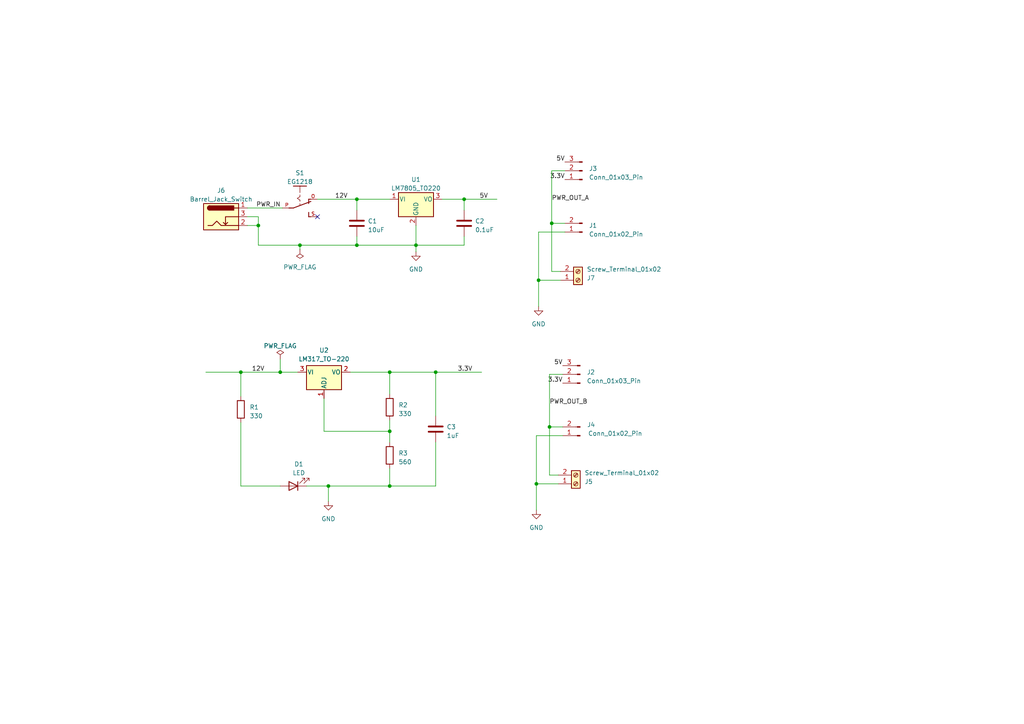
<source format=kicad_sch>
(kicad_sch (version 20230409) (generator eeschema)

  (uuid dce3e52f-97ac-451b-9b0a-fb27a05b57df)

  (paper "A4")

  (lib_symbols
    (symbol "Connector:Barrel_Jack_Switch" (pin_names hide) (in_bom yes) (on_board yes)
      (property "Reference" "J" (at 0 5.334 0)
        (effects (font (size 1.27 1.27)))
      )
      (property "Value" "Barrel_Jack_Switch" (at 0 -5.08 0)
        (effects (font (size 1.27 1.27)))
      )
      (property "Footprint" "" (at 1.27 -1.016 0)
        (effects (font (size 1.27 1.27)) hide)
      )
      (property "Datasheet" "~" (at 1.27 -1.016 0)
        (effects (font (size 1.27 1.27)) hide)
      )
      (property "ki_keywords" "DC power barrel jack connector" (at 0 0 0)
        (effects (font (size 1.27 1.27)) hide)
      )
      (property "ki_description" "DC Barrel Jack with an internal switch" (at 0 0 0)
        (effects (font (size 1.27 1.27)) hide)
      )
      (property "ki_fp_filters" "BarrelJack*" (at 0 0 0)
        (effects (font (size 1.27 1.27)) hide)
      )
      (symbol "Barrel_Jack_Switch_0_1"
        (rectangle (start -5.08 3.81) (end 5.08 -3.81)
          (stroke (width 0.254) (type default))
          (fill (type background))
        )
        (arc (start -3.302 3.175) (mid -3.9343 2.54) (end -3.302 1.905)
          (stroke (width 0.254) (type default))
          (fill (type none))
        )
        (arc (start -3.302 3.175) (mid -3.9343 2.54) (end -3.302 1.905)
          (stroke (width 0.254) (type default))
          (fill (type outline))
        )
        (polyline
          (pts
            (xy 1.27 -2.286)
            (xy 1.905 -1.651)
          )
          (stroke (width 0.254) (type default))
          (fill (type none))
        )
        (polyline
          (pts
            (xy 5.08 2.54)
            (xy 3.81 2.54)
          )
          (stroke (width 0.254) (type default))
          (fill (type none))
        )
        (polyline
          (pts
            (xy 5.08 0)
            (xy 1.27 0)
            (xy 1.27 -2.286)
            (xy 0.635 -1.651)
          )
          (stroke (width 0.254) (type default))
          (fill (type none))
        )
        (polyline
          (pts
            (xy -3.81 -2.54)
            (xy -2.54 -2.54)
            (xy -1.27 -1.27)
            (xy 0 -2.54)
            (xy 2.54 -2.54)
            (xy 5.08 -2.54)
          )
          (stroke (width 0.254) (type default))
          (fill (type none))
        )
        (rectangle (start 3.683 3.175) (end -3.302 1.905)
          (stroke (width 0.254) (type default))
          (fill (type outline))
        )
      )
      (symbol "Barrel_Jack_Switch_1_1"
        (pin passive line (at 7.62 2.54 180) (length 2.54)
          (name "~" (effects (font (size 1.27 1.27))))
          (number "1" (effects (font (size 1.27 1.27))))
        )
        (pin passive line (at 7.62 -2.54 180) (length 2.54)
          (name "~" (effects (font (size 1.27 1.27))))
          (number "2" (effects (font (size 1.27 1.27))))
        )
        (pin passive line (at 7.62 0 180) (length 2.54)
          (name "~" (effects (font (size 1.27 1.27))))
          (number "3" (effects (font (size 1.27 1.27))))
        )
      )
    )
    (symbol "Connector:Conn_01x02_Pin" (pin_names (offset 1.016) hide) (in_bom yes) (on_board yes)
      (property "Reference" "J" (at 0 2.54 0)
        (effects (font (size 1.27 1.27)))
      )
      (property "Value" "Conn_01x02_Pin" (at 0 -5.08 0)
        (effects (font (size 1.27 1.27)))
      )
      (property "Footprint" "" (at 0 0 0)
        (effects (font (size 1.27 1.27)) hide)
      )
      (property "Datasheet" "~" (at 0 0 0)
        (effects (font (size 1.27 1.27)) hide)
      )
      (property "ki_locked" "" (at 0 0 0)
        (effects (font (size 1.27 1.27)))
      )
      (property "ki_keywords" "connector" (at 0 0 0)
        (effects (font (size 1.27 1.27)) hide)
      )
      (property "ki_description" "Generic connector, single row, 01x02, script generated" (at 0 0 0)
        (effects (font (size 1.27 1.27)) hide)
      )
      (property "ki_fp_filters" "Connector*:*_1x??_*" (at 0 0 0)
        (effects (font (size 1.27 1.27)) hide)
      )
      (symbol "Conn_01x02_Pin_1_1"
        (polyline
          (pts
            (xy 1.27 -2.54)
            (xy 0.8636 -2.54)
          )
          (stroke (width 0.1524) (type default))
          (fill (type none))
        )
        (polyline
          (pts
            (xy 1.27 0)
            (xy 0.8636 0)
          )
          (stroke (width 0.1524) (type default))
          (fill (type none))
        )
        (rectangle (start 0.8636 -2.413) (end 0 -2.667)
          (stroke (width 0.1524) (type default))
          (fill (type outline))
        )
        (rectangle (start 0.8636 0.127) (end 0 -0.127)
          (stroke (width 0.1524) (type default))
          (fill (type outline))
        )
        (pin passive line (at 5.08 0 180) (length 3.81)
          (name "Pin_1" (effects (font (size 1.27 1.27))))
          (number "1" (effects (font (size 1.27 1.27))))
        )
        (pin passive line (at 5.08 -2.54 180) (length 3.81)
          (name "Pin_2" (effects (font (size 1.27 1.27))))
          (number "2" (effects (font (size 1.27 1.27))))
        )
      )
    )
    (symbol "Connector:Conn_01x03_Pin" (pin_names (offset 1.016) hide) (in_bom yes) (on_board yes)
      (property "Reference" "J" (at 0 5.08 0)
        (effects (font (size 1.27 1.27)))
      )
      (property "Value" "Conn_01x03_Pin" (at 0 -5.08 0)
        (effects (font (size 1.27 1.27)))
      )
      (property "Footprint" "" (at 0 0 0)
        (effects (font (size 1.27 1.27)) hide)
      )
      (property "Datasheet" "~" (at 0 0 0)
        (effects (font (size 1.27 1.27)) hide)
      )
      (property "ki_locked" "" (at 0 0 0)
        (effects (font (size 1.27 1.27)))
      )
      (property "ki_keywords" "connector" (at 0 0 0)
        (effects (font (size 1.27 1.27)) hide)
      )
      (property "ki_description" "Generic connector, single row, 01x03, script generated" (at 0 0 0)
        (effects (font (size 1.27 1.27)) hide)
      )
      (property "ki_fp_filters" "Connector*:*_1x??_*" (at 0 0 0)
        (effects (font (size 1.27 1.27)) hide)
      )
      (symbol "Conn_01x03_Pin_1_1"
        (polyline
          (pts
            (xy 1.27 -2.54)
            (xy 0.8636 -2.54)
          )
          (stroke (width 0.1524) (type default))
          (fill (type none))
        )
        (polyline
          (pts
            (xy 1.27 0)
            (xy 0.8636 0)
          )
          (stroke (width 0.1524) (type default))
          (fill (type none))
        )
        (polyline
          (pts
            (xy 1.27 2.54)
            (xy 0.8636 2.54)
          )
          (stroke (width 0.1524) (type default))
          (fill (type none))
        )
        (rectangle (start 0.8636 -2.413) (end 0 -2.667)
          (stroke (width 0.1524) (type default))
          (fill (type outline))
        )
        (rectangle (start 0.8636 0.127) (end 0 -0.127)
          (stroke (width 0.1524) (type default))
          (fill (type outline))
        )
        (rectangle (start 0.8636 2.667) (end 0 2.413)
          (stroke (width 0.1524) (type default))
          (fill (type outline))
        )
        (pin passive line (at 5.08 2.54 180) (length 3.81)
          (name "Pin_1" (effects (font (size 1.27 1.27))))
          (number "1" (effects (font (size 1.27 1.27))))
        )
        (pin passive line (at 5.08 0 180) (length 3.81)
          (name "Pin_2" (effects (font (size 1.27 1.27))))
          (number "2" (effects (font (size 1.27 1.27))))
        )
        (pin passive line (at 5.08 -2.54 180) (length 3.81)
          (name "Pin_3" (effects (font (size 1.27 1.27))))
          (number "3" (effects (font (size 1.27 1.27))))
        )
      )
    )
    (symbol "Connector:Screw_Terminal_01x02" (pin_names (offset 1.016) hide) (in_bom yes) (on_board yes)
      (property "Reference" "J" (at 0 2.54 0)
        (effects (font (size 1.27 1.27)))
      )
      (property "Value" "Screw_Terminal_01x02" (at 0 -5.08 0)
        (effects (font (size 1.27 1.27)))
      )
      (property "Footprint" "" (at 0 0 0)
        (effects (font (size 1.27 1.27)) hide)
      )
      (property "Datasheet" "~" (at 0 0 0)
        (effects (font (size 1.27 1.27)) hide)
      )
      (property "ki_keywords" "screw terminal" (at 0 0 0)
        (effects (font (size 1.27 1.27)) hide)
      )
      (property "ki_description" "Generic screw terminal, single row, 01x02, script generated (kicad-library-utils/schlib/autogen/connector/)" (at 0 0 0)
        (effects (font (size 1.27 1.27)) hide)
      )
      (property "ki_fp_filters" "TerminalBlock*:*" (at 0 0 0)
        (effects (font (size 1.27 1.27)) hide)
      )
      (symbol "Screw_Terminal_01x02_1_1"
        (rectangle (start -1.27 1.27) (end 1.27 -3.81)
          (stroke (width 0.254) (type default))
          (fill (type background))
        )
        (circle (center 0 -2.54) (radius 0.635)
          (stroke (width 0.1524) (type default))
          (fill (type none))
        )
        (polyline
          (pts
            (xy -0.5334 -2.2098)
            (xy 0.3302 -3.048)
          )
          (stroke (width 0.1524) (type default))
          (fill (type none))
        )
        (polyline
          (pts
            (xy -0.5334 0.3302)
            (xy 0.3302 -0.508)
          )
          (stroke (width 0.1524) (type default))
          (fill (type none))
        )
        (polyline
          (pts
            (xy -0.3556 -2.032)
            (xy 0.508 -2.8702)
          )
          (stroke (width 0.1524) (type default))
          (fill (type none))
        )
        (polyline
          (pts
            (xy -0.3556 0.508)
            (xy 0.508 -0.3302)
          )
          (stroke (width 0.1524) (type default))
          (fill (type none))
        )
        (circle (center 0 0) (radius 0.635)
          (stroke (width 0.1524) (type default))
          (fill (type none))
        )
        (pin passive line (at -5.08 0 0) (length 3.81)
          (name "Pin_1" (effects (font (size 1.27 1.27))))
          (number "1" (effects (font (size 1.27 1.27))))
        )
        (pin passive line (at -5.08 -2.54 0) (length 3.81)
          (name "Pin_2" (effects (font (size 1.27 1.27))))
          (number "2" (effects (font (size 1.27 1.27))))
        )
      )
    )
    (symbol "Device:C" (pin_numbers hide) (pin_names (offset 0.254)) (in_bom yes) (on_board yes)
      (property "Reference" "C" (at 0.635 2.54 0)
        (effects (font (size 1.27 1.27)) (justify left))
      )
      (property "Value" "C" (at 0.635 -2.54 0)
        (effects (font (size 1.27 1.27)) (justify left))
      )
      (property "Footprint" "" (at 0.9652 -3.81 0)
        (effects (font (size 1.27 1.27)) hide)
      )
      (property "Datasheet" "~" (at 0 0 0)
        (effects (font (size 1.27 1.27)) hide)
      )
      (property "ki_keywords" "cap capacitor" (at 0 0 0)
        (effects (font (size 1.27 1.27)) hide)
      )
      (property "ki_description" "Unpolarized capacitor" (at 0 0 0)
        (effects (font (size 1.27 1.27)) hide)
      )
      (property "ki_fp_filters" "C_*" (at 0 0 0)
        (effects (font (size 1.27 1.27)) hide)
      )
      (symbol "C_0_1"
        (polyline
          (pts
            (xy -2.032 -0.762)
            (xy 2.032 -0.762)
          )
          (stroke (width 0.508) (type default))
          (fill (type none))
        )
        (polyline
          (pts
            (xy -2.032 0.762)
            (xy 2.032 0.762)
          )
          (stroke (width 0.508) (type default))
          (fill (type none))
        )
      )
      (symbol "C_1_1"
        (pin passive line (at 0 3.81 270) (length 2.794)
          (name "~" (effects (font (size 1.27 1.27))))
          (number "1" (effects (font (size 1.27 1.27))))
        )
        (pin passive line (at 0 -3.81 90) (length 2.794)
          (name "~" (effects (font (size 1.27 1.27))))
          (number "2" (effects (font (size 1.27 1.27))))
        )
      )
    )
    (symbol "Device:LED" (pin_numbers hide) (pin_names (offset 1.016) hide) (in_bom yes) (on_board yes)
      (property "Reference" "D" (at 0 2.54 0)
        (effects (font (size 1.27 1.27)))
      )
      (property "Value" "LED" (at 0 -2.54 0)
        (effects (font (size 1.27 1.27)))
      )
      (property "Footprint" "" (at 0 0 0)
        (effects (font (size 1.27 1.27)) hide)
      )
      (property "Datasheet" "~" (at 0 0 0)
        (effects (font (size 1.27 1.27)) hide)
      )
      (property "ki_keywords" "LED diode" (at 0 0 0)
        (effects (font (size 1.27 1.27)) hide)
      )
      (property "ki_description" "Light emitting diode" (at 0 0 0)
        (effects (font (size 1.27 1.27)) hide)
      )
      (property "ki_fp_filters" "LED* LED_SMD:* LED_THT:*" (at 0 0 0)
        (effects (font (size 1.27 1.27)) hide)
      )
      (symbol "LED_0_1"
        (polyline
          (pts
            (xy -1.27 -1.27)
            (xy -1.27 1.27)
          )
          (stroke (width 0.254) (type default))
          (fill (type none))
        )
        (polyline
          (pts
            (xy -1.27 0)
            (xy 1.27 0)
          )
          (stroke (width 0) (type default))
          (fill (type none))
        )
        (polyline
          (pts
            (xy 1.27 -1.27)
            (xy 1.27 1.27)
            (xy -1.27 0)
            (xy 1.27 -1.27)
          )
          (stroke (width 0.254) (type default))
          (fill (type none))
        )
        (polyline
          (pts
            (xy -3.048 -0.762)
            (xy -4.572 -2.286)
            (xy -3.81 -2.286)
            (xy -4.572 -2.286)
            (xy -4.572 -1.524)
          )
          (stroke (width 0) (type default))
          (fill (type none))
        )
        (polyline
          (pts
            (xy -1.778 -0.762)
            (xy -3.302 -2.286)
            (xy -2.54 -2.286)
            (xy -3.302 -2.286)
            (xy -3.302 -1.524)
          )
          (stroke (width 0) (type default))
          (fill (type none))
        )
      )
      (symbol "LED_1_1"
        (pin passive line (at -3.81 0 0) (length 2.54)
          (name "K" (effects (font (size 1.27 1.27))))
          (number "1" (effects (font (size 1.27 1.27))))
        )
        (pin passive line (at 3.81 0 180) (length 2.54)
          (name "A" (effects (font (size 1.27 1.27))))
          (number "2" (effects (font (size 1.27 1.27))))
        )
      )
    )
    (symbol "Device:R" (pin_numbers hide) (pin_names (offset 0)) (in_bom yes) (on_board yes)
      (property "Reference" "R" (at 2.032 0 90)
        (effects (font (size 1.27 1.27)))
      )
      (property "Value" "R" (at 0 0 90)
        (effects (font (size 1.27 1.27)))
      )
      (property "Footprint" "" (at -1.778 0 90)
        (effects (font (size 1.27 1.27)) hide)
      )
      (property "Datasheet" "~" (at 0 0 0)
        (effects (font (size 1.27 1.27)) hide)
      )
      (property "ki_keywords" "R res resistor" (at 0 0 0)
        (effects (font (size 1.27 1.27)) hide)
      )
      (property "ki_description" "Resistor" (at 0 0 0)
        (effects (font (size 1.27 1.27)) hide)
      )
      (property "ki_fp_filters" "R_*" (at 0 0 0)
        (effects (font (size 1.27 1.27)) hide)
      )
      (symbol "R_0_1"
        (rectangle (start -1.016 -2.54) (end 1.016 2.54)
          (stroke (width 0.254) (type default))
          (fill (type none))
        )
      )
      (symbol "R_1_1"
        (pin passive line (at 0 3.81 270) (length 1.27)
          (name "~" (effects (font (size 1.27 1.27))))
          (number "1" (effects (font (size 1.27 1.27))))
        )
        (pin passive line (at 0 -3.81 90) (length 1.27)
          (name "~" (effects (font (size 1.27 1.27))))
          (number "2" (effects (font (size 1.27 1.27))))
        )
      )
    )
    (symbol "EG1218:EG1218" (pin_names (offset 1.016)) (in_bom yes) (on_board yes)
      (property "Reference" "S" (at -6.35 -1.905 90)
        (effects (font (size 1.27 1.27)) (justify left bottom))
      )
      (property "Value" "EG1218" (at -3.81 3.175 90)
        (effects (font (size 1.27 1.27)) (justify left bottom))
      )
      (property "Footprint" "EG1218" (at 0 0 0)
        (effects (font (size 1.27 1.27)) (justify bottom) hide)
      )
      (property "Datasheet" "" (at 0 0 0)
        (effects (font (size 1.27 1.27)) hide)
      )
      (symbol "EG1218_0_0"
        (polyline
          (pts
            (xy -3.81 0)
            (xy -3.81 -1.905)
          )
          (stroke (width 0.254) (type default))
          (fill (type none))
        )
        (polyline
          (pts
            (xy -3.81 0)
            (xy -1.905 0)
          )
          (stroke (width 0.1524) (type default))
          (fill (type none))
        )
        (polyline
          (pts
            (xy -3.81 1.905)
            (xy -3.81 0)
          )
          (stroke (width 0.254) (type default))
          (fill (type none))
        )
        (polyline
          (pts
            (xy -1.27 0)
            (xy -0.762 0)
          )
          (stroke (width 0.1524) (type default))
          (fill (type none))
        )
        (polyline
          (pts
            (xy -0.762 0)
            (xy -0.254 -0.762)
          )
          (stroke (width 0.1524) (type default))
          (fill (type none))
        )
        (polyline
          (pts
            (xy -0.254 -0.762)
            (xy 0.254 0)
          )
          (stroke (width 0.1524) (type default))
          (fill (type none))
        )
        (polyline
          (pts
            (xy 0 2.54)
            (xy 0 3.175)
          )
          (stroke (width 0.254) (type default))
          (fill (type none))
        )
        (polyline
          (pts
            (xy 0 2.54)
            (xy 1.27 2.54)
          )
          (stroke (width 0.254) (type default))
          (fill (type none))
        )
        (polyline
          (pts
            (xy 0.254 0)
            (xy 0.635 0)
          )
          (stroke (width 0.1524) (type default))
          (fill (type none))
        )
        (polyline
          (pts
            (xy 1.27 0)
            (xy 1.905 0)
          )
          (stroke (width 0.1524) (type default))
          (fill (type none))
        )
        (polyline
          (pts
            (xy 2.54 -3.175)
            (xy 2.54 -1.905)
          )
          (stroke (width 0.254) (type default))
          (fill (type none))
        )
        (polyline
          (pts
            (xy 2.54 -1.905)
            (xy 0.635 3.175)
          )
          (stroke (width 0.254) (type default))
          (fill (type none))
        )
        (polyline
          (pts
            (xy 3.81 2.54)
            (xy 5.08 2.54)
          )
          (stroke (width 0.254) (type default))
          (fill (type none))
        )
        (polyline
          (pts
            (xy 5.08 2.54)
            (xy 5.08 3.175)
          )
          (stroke (width 0.254) (type default))
          (fill (type none))
        )
        (pin passive line (at 0 5.08 270) (length 2.54)
          (name "~" (effects (font (size 1.016 1.016))))
          (number "O" (effects (font (size 1.016 1.016))))
        )
        (pin passive line (at 2.54 -5.08 90) (length 2.54)
          (name "~" (effects (font (size 1.016 1.016))))
          (number "P" (effects (font (size 1.016 1.016))))
        )
        (pin passive line (at 5.08 5.08 270) (length 2.54)
          (name "~" (effects (font (size 1.016 1.016))))
          (number "S" (effects (font (size 1.016 1.016))))
        )
      )
    )
    (symbol "Regulator_Linear:LM317_TO-220" (pin_names (offset 0.254)) (in_bom yes) (on_board yes)
      (property "Reference" "U" (at -3.81 3.175 0)
        (effects (font (size 1.27 1.27)))
      )
      (property "Value" "LM317_TO-220" (at 0 3.175 0)
        (effects (font (size 1.27 1.27)) (justify left))
      )
      (property "Footprint" "Package_TO_SOT_THT:TO-220-3_Vertical" (at 0 6.35 0)
        (effects (font (size 1.27 1.27) italic) hide)
      )
      (property "Datasheet" "http://www.ti.com/lit/ds/symlink/lm317.pdf" (at 0 0 0)
        (effects (font (size 1.27 1.27)) hide)
      )
      (property "ki_keywords" "Adjustable Voltage Regulator 1A Positive" (at 0 0 0)
        (effects (font (size 1.27 1.27)) hide)
      )
      (property "ki_description" "1.5A 35V Adjustable Linear Regulator, TO-220" (at 0 0 0)
        (effects (font (size 1.27 1.27)) hide)
      )
      (property "ki_fp_filters" "TO?220*" (at 0 0 0)
        (effects (font (size 1.27 1.27)) hide)
      )
      (symbol "LM317_TO-220_0_1"
        (rectangle (start -5.08 1.905) (end 5.08 -5.08)
          (stroke (width 0.254) (type default))
          (fill (type background))
        )
      )
      (symbol "LM317_TO-220_1_1"
        (pin input line (at 0 -7.62 90) (length 2.54)
          (name "ADJ" (effects (font (size 1.27 1.27))))
          (number "1" (effects (font (size 1.27 1.27))))
        )
        (pin power_out line (at 7.62 0 180) (length 2.54)
          (name "VO" (effects (font (size 1.27 1.27))))
          (number "2" (effects (font (size 1.27 1.27))))
        )
        (pin power_in line (at -7.62 0 0) (length 2.54)
          (name "VI" (effects (font (size 1.27 1.27))))
          (number "3" (effects (font (size 1.27 1.27))))
        )
      )
    )
    (symbol "Regulator_Linear:LM7805_TO220" (pin_names (offset 0.254)) (in_bom yes) (on_board yes)
      (property "Reference" "U" (at -3.81 3.175 0)
        (effects (font (size 1.27 1.27)))
      )
      (property "Value" "LM7805_TO220" (at 0 3.175 0)
        (effects (font (size 1.27 1.27)) (justify left))
      )
      (property "Footprint" "Package_TO_SOT_THT:TO-220-3_Vertical" (at 0 5.715 0)
        (effects (font (size 1.27 1.27) italic) hide)
      )
      (property "Datasheet" "https://www.onsemi.cn/PowerSolutions/document/MC7800-D.PDF" (at 0 -1.27 0)
        (effects (font (size 1.27 1.27)) hide)
      )
      (property "ki_keywords" "Voltage Regulator 1A Positive" (at 0 0 0)
        (effects (font (size 1.27 1.27)) hide)
      )
      (property "ki_description" "Positive 1A 35V Linear Regulator, Fixed Output 5V, TO-220" (at 0 0 0)
        (effects (font (size 1.27 1.27)) hide)
      )
      (property "ki_fp_filters" "TO?220*" (at 0 0 0)
        (effects (font (size 1.27 1.27)) hide)
      )
      (symbol "LM7805_TO220_0_1"
        (rectangle (start -5.08 1.905) (end 5.08 -5.08)
          (stroke (width 0.254) (type default))
          (fill (type background))
        )
      )
      (symbol "LM7805_TO220_1_1"
        (pin power_in line (at -7.62 0 0) (length 2.54)
          (name "VI" (effects (font (size 1.27 1.27))))
          (number "1" (effects (font (size 1.27 1.27))))
        )
        (pin power_in line (at 0 -7.62 90) (length 2.54)
          (name "GND" (effects (font (size 1.27 1.27))))
          (number "2" (effects (font (size 1.27 1.27))))
        )
        (pin power_out line (at 7.62 0 180) (length 2.54)
          (name "VO" (effects (font (size 1.27 1.27))))
          (number "3" (effects (font (size 1.27 1.27))))
        )
      )
    )
    (symbol "power:GND" (power) (pin_names (offset 0)) (in_bom yes) (on_board yes)
      (property "Reference" "#PWR" (at 0 -6.35 0)
        (effects (font (size 1.27 1.27)) hide)
      )
      (property "Value" "GND" (at 0 -3.81 0)
        (effects (font (size 1.27 1.27)))
      )
      (property "Footprint" "" (at 0 0 0)
        (effects (font (size 1.27 1.27)) hide)
      )
      (property "Datasheet" "" (at 0 0 0)
        (effects (font (size 1.27 1.27)) hide)
      )
      (property "ki_keywords" "global power" (at 0 0 0)
        (effects (font (size 1.27 1.27)) hide)
      )
      (property "ki_description" "Power symbol creates a global label with name \"GND\" , ground" (at 0 0 0)
        (effects (font (size 1.27 1.27)) hide)
      )
      (symbol "GND_0_1"
        (polyline
          (pts
            (xy 0 0)
            (xy 0 -1.27)
            (xy 1.27 -1.27)
            (xy 0 -2.54)
            (xy -1.27 -1.27)
            (xy 0 -1.27)
          )
          (stroke (width 0) (type default))
          (fill (type none))
        )
      )
      (symbol "GND_1_1"
        (pin power_in line (at 0 0 270) (length 0) hide
          (name "GND" (effects (font (size 1.27 1.27))))
          (number "1" (effects (font (size 1.27 1.27))))
        )
      )
    )
    (symbol "power:PWR_FLAG" (power) (pin_numbers hide) (pin_names (offset 0) hide) (in_bom yes) (on_board yes)
      (property "Reference" "#FLG" (at 0 1.905 0)
        (effects (font (size 1.27 1.27)) hide)
      )
      (property "Value" "PWR_FLAG" (at 0 3.81 0)
        (effects (font (size 1.27 1.27)))
      )
      (property "Footprint" "" (at 0 0 0)
        (effects (font (size 1.27 1.27)) hide)
      )
      (property "Datasheet" "~" (at 0 0 0)
        (effects (font (size 1.27 1.27)) hide)
      )
      (property "ki_keywords" "flag power" (at 0 0 0)
        (effects (font (size 1.27 1.27)) hide)
      )
      (property "ki_description" "Special symbol for telling ERC where power comes from" (at 0 0 0)
        (effects (font (size 1.27 1.27)) hide)
      )
      (symbol "PWR_FLAG_0_0"
        (pin power_out line (at 0 0 90) (length 0)
          (name "pwr" (effects (font (size 1.27 1.27))))
          (number "1" (effects (font (size 1.27 1.27))))
        )
      )
      (symbol "PWR_FLAG_0_1"
        (polyline
          (pts
            (xy 0 0)
            (xy 0 1.27)
            (xy -1.016 1.905)
            (xy 0 2.54)
            (xy 1.016 1.905)
            (xy 0 1.27)
          )
          (stroke (width 0) (type default))
          (fill (type none))
        )
      )
    )
  )

  (junction (at 156.21 81.28) (diameter 0) (color 0 0 0 0)
    (uuid 03405264-6461-4047-b433-164ab15bdcc3)
  )
  (junction (at 113.03 140.97) (diameter 0) (color 0 0 0 0)
    (uuid 068f2c0c-4844-47c4-b7bc-baeb8ec39162)
  )
  (junction (at 126.365 107.95) (diameter 0) (color 0 0 0 0)
    (uuid 09d341c9-13a2-40e6-9c58-d8f5fe9fc6f6)
  )
  (junction (at 81.28 107.95) (diameter 0) (color 0 0 0 0)
    (uuid 116b1130-bff6-4fb8-9f00-bcd55768a1e0)
  )
  (junction (at 120.65 71.12) (diameter 0) (color 0 0 0 0)
    (uuid 17bbe834-1088-44da-9f68-4c1696ce7b69)
  )
  (junction (at 155.575 140.335) (diameter 0) (color 0 0 0 0)
    (uuid 21cf958e-3218-410b-b70e-cfa37b31f1a1)
  )
  (junction (at 103.505 71.12) (diameter 0) (color 0 0 0 0)
    (uuid 5647f544-199e-4e57-9593-e36ef2472eb8)
  )
  (junction (at 69.85 107.95) (diameter 0) (color 0 0 0 0)
    (uuid 5b93e348-44e8-4a75-9eea-2fdff068bada)
  )
  (junction (at 134.62 57.785) (diameter 0) (color 0 0 0 0)
    (uuid 7994bc4d-e42a-4f4b-b9ab-49e6e7afc4f0)
  )
  (junction (at 113.03 107.95) (diameter 0) (color 0 0 0 0)
    (uuid a37871a4-21bc-4bfc-9e23-67e7f6c32325)
  )
  (junction (at 103.505 57.785) (diameter 0) (color 0 0 0 0)
    (uuid d1cc17c3-9e42-4cbf-b291-68c72377785d)
  )
  (junction (at 159.385 123.825) (diameter 0) (color 0 0 0 0)
    (uuid d1ea8538-1d57-49f7-9d08-88a164bbe33f)
  )
  (junction (at 160.02 64.77) (diameter 0) (color 0 0 0 0)
    (uuid d28c456f-bdc6-4279-9c8f-a32ffbf3e374)
  )
  (junction (at 74.93 65.405) (diameter 0) (color 0 0 0 0)
    (uuid d4d4cb33-268a-4346-b7c4-d0bf93f7ce37)
  )
  (junction (at 95.25 140.97) (diameter 0) (color 0 0 0 0)
    (uuid dc613ee4-f2f7-4ed2-a7ae-83605dfb4820)
  )
  (junction (at 113.03 125.095) (diameter 0) (color 0 0 0 0)
    (uuid e646d63b-3977-4401-97ec-97c19209bf8e)
  )
  (junction (at 86.995 71.12) (diameter 0) (color 0 0 0 0)
    (uuid edd84512-8afe-41a8-a122-259ca5f476bb)
  )

  (no_connect (at 92.075 62.865) (uuid 2af94a58-a091-4de1-9a43-9f26e1c92081))

  (wire (pts (xy 156.21 81.28) (xy 162.56 81.28))
    (stroke (width 0) (type default))
    (uuid 00becad4-540c-4f8e-a735-bac13832a0ef)
  )
  (wire (pts (xy 113.03 140.97) (xy 113.03 135.89))
    (stroke (width 0) (type default))
    (uuid 06f696fd-80e0-4889-b881-cf3f5bfd28a0)
  )
  (wire (pts (xy 155.575 126.365) (xy 155.575 140.335))
    (stroke (width 0) (type default))
    (uuid 09823d24-40e3-4af5-ab66-6c0adb61388a)
  )
  (wire (pts (xy 160.02 49.53) (xy 160.02 64.77))
    (stroke (width 0) (type default))
    (uuid 0a046450-8c89-4df9-8e22-05d3d0cad6a8)
  )
  (wire (pts (xy 159.385 137.795) (xy 159.385 123.825))
    (stroke (width 0) (type default))
    (uuid 12afad86-6a57-450b-af7c-7b3c6c6765ac)
  )
  (wire (pts (xy 103.505 57.785) (xy 103.505 60.96))
    (stroke (width 0) (type default))
    (uuid 1fbf049b-8a26-4fbf-bb9d-eee040958a2d)
  )
  (wire (pts (xy 113.03 107.95) (xy 126.365 107.95))
    (stroke (width 0) (type default))
    (uuid 2442a6b3-6738-44a9-8a89-931fd24df517)
  )
  (wire (pts (xy 92.075 57.785) (xy 103.505 57.785))
    (stroke (width 0) (type default))
    (uuid 2aaf51bb-5843-430d-9a26-9ef416c2e5e4)
  )
  (wire (pts (xy 95.25 140.97) (xy 95.25 145.415))
    (stroke (width 0) (type default))
    (uuid 367cad9a-fbdc-4a23-8c67-49be2b05d8c0)
  )
  (wire (pts (xy 120.65 71.12) (xy 120.65 73.025))
    (stroke (width 0) (type default))
    (uuid 3a295d04-3927-43be-a390-cea4f2950a67)
  )
  (wire (pts (xy 126.365 140.97) (xy 113.03 140.97))
    (stroke (width 0) (type default))
    (uuid 3bc8d478-74ec-44d0-b0ee-f670ce9b6de9)
  )
  (wire (pts (xy 134.62 71.12) (xy 120.65 71.12))
    (stroke (width 0) (type default))
    (uuid 3c329383-dbc1-4907-8c71-e13e8a26f79e)
  )
  (wire (pts (xy 161.925 137.795) (xy 159.385 137.795))
    (stroke (width 0) (type default))
    (uuid 3e5284ec-1deb-4631-b3cf-09994c474f5c)
  )
  (wire (pts (xy 155.575 147.955) (xy 155.575 140.335))
    (stroke (width 0) (type default))
    (uuid 4c0363fc-958e-400b-aa91-3b84062fcf2b)
  )
  (wire (pts (xy 74.93 71.12) (xy 86.995 71.12))
    (stroke (width 0) (type default))
    (uuid 4de205bd-2b0b-47b4-ae84-45f64ff66bcc)
  )
  (wire (pts (xy 156.21 67.31) (xy 156.21 81.28))
    (stroke (width 0) (type default))
    (uuid 52a42ecf-eab2-4667-a504-5c982a40166f)
  )
  (wire (pts (xy 160.02 64.77) (xy 160.02 78.74))
    (stroke (width 0) (type default))
    (uuid 5b386edd-670c-49c7-8334-7f189d33d7b1)
  )
  (wire (pts (xy 162.56 78.74) (xy 160.02 78.74))
    (stroke (width 0) (type default))
    (uuid 5bcf2911-5df5-43d3-bec1-5151383bcd7a)
  )
  (wire (pts (xy 69.85 122.555) (xy 69.85 140.97))
    (stroke (width 0) (type default))
    (uuid 5dc4b65d-9d47-4edc-b0cf-18f2217da89c)
  )
  (wire (pts (xy 113.03 121.92) (xy 113.03 125.095))
    (stroke (width 0) (type default))
    (uuid 66b7c58a-0804-45ff-be6f-93edb95073f0)
  )
  (wire (pts (xy 69.85 140.97) (xy 81.28 140.97))
    (stroke (width 0) (type default))
    (uuid 683c9246-1784-4923-86c7-bc9947927fb3)
  )
  (wire (pts (xy 71.755 65.405) (xy 74.93 65.405))
    (stroke (width 0) (type default))
    (uuid 686e0ff2-71b2-495a-a0b8-5f44c191f27e)
  )
  (wire (pts (xy 74.93 65.405) (xy 74.93 71.12))
    (stroke (width 0) (type default))
    (uuid 69fb170a-aed7-4065-96a1-8937fa1c5144)
  )
  (wire (pts (xy 74.93 62.865) (xy 74.93 65.405))
    (stroke (width 0) (type default))
    (uuid 6d3378e1-8d39-4f8b-bf2c-259f34d8e31e)
  )
  (wire (pts (xy 155.575 140.335) (xy 161.925 140.335))
    (stroke (width 0) (type default))
    (uuid 769744eb-babb-41ec-b4bf-e4a4065a8f9a)
  )
  (wire (pts (xy 101.6 107.95) (xy 113.03 107.95))
    (stroke (width 0) (type default))
    (uuid 8ec33e84-ff95-4d0b-bb01-38fef0f52c3b)
  )
  (wire (pts (xy 128.27 57.785) (xy 134.62 57.785))
    (stroke (width 0) (type default))
    (uuid 991eed26-05cb-41a0-8bea-a62269dc22a6)
  )
  (wire (pts (xy 134.62 68.58) (xy 134.62 71.12))
    (stroke (width 0) (type default))
    (uuid 99690dec-936b-4aca-92c3-9e62b76cee26)
  )
  (wire (pts (xy 126.365 107.95) (xy 126.365 120.65))
    (stroke (width 0) (type default))
    (uuid 9a08557a-17ee-4636-943c-d4335995e3b9)
  )
  (wire (pts (xy 160.02 64.77) (xy 163.83 64.77))
    (stroke (width 0) (type default))
    (uuid 9b000e32-b665-4176-a24c-e1670e3096af)
  )
  (wire (pts (xy 120.65 65.405) (xy 120.65 71.12))
    (stroke (width 0) (type default))
    (uuid 9f8b3268-3bec-4ee6-9803-80c5b5421e4b)
  )
  (wire (pts (xy 103.505 71.12) (xy 120.65 71.12))
    (stroke (width 0) (type default))
    (uuid 9fbd2ebd-047b-404e-a8c5-6c6b0b29d277)
  )
  (wire (pts (xy 163.195 126.365) (xy 155.575 126.365))
    (stroke (width 0) (type default))
    (uuid a11e14cc-dcd8-4bc6-a213-f6eb65abcdc9)
  )
  (wire (pts (xy 134.62 57.785) (xy 144.145 57.785))
    (stroke (width 0) (type default))
    (uuid a8d55690-3a68-4cd5-b4bc-a7c389669c65)
  )
  (wire (pts (xy 113.03 125.095) (xy 113.03 128.27))
    (stroke (width 0) (type default))
    (uuid ac714a6c-708c-4065-bab2-e1ff2004603a)
  )
  (wire (pts (xy 86.36 107.95) (xy 81.28 107.95))
    (stroke (width 0) (type default))
    (uuid afa89757-587c-4e1d-ae2d-6c364ea9a228)
  )
  (wire (pts (xy 159.385 123.825) (xy 163.195 123.825))
    (stroke (width 0) (type default))
    (uuid c17c4712-7d5a-4ad0-a820-7c2d903621b3)
  )
  (wire (pts (xy 81.28 104.14) (xy 81.28 107.95))
    (stroke (width 0) (type default))
    (uuid c27badb1-e98a-4e77-aad0-6519e9c9bf76)
  )
  (wire (pts (xy 163.83 67.31) (xy 156.21 67.31))
    (stroke (width 0) (type default))
    (uuid c429bae2-93d8-46a2-85c9-e62e713f48b4)
  )
  (wire (pts (xy 86.995 71.12) (xy 86.995 72.39))
    (stroke (width 0) (type default))
    (uuid c798397a-7400-4af2-abf5-9ab8c7b02c4c)
  )
  (wire (pts (xy 81.28 107.95) (xy 69.85 107.95))
    (stroke (width 0) (type default))
    (uuid c941ab04-db77-43e8-b53b-43310ec00001)
  )
  (wire (pts (xy 69.85 107.95) (xy 59.69 107.95))
    (stroke (width 0) (type default))
    (uuid cae37dc1-1baf-49fa-9836-2c06ba7fca38)
  )
  (wire (pts (xy 93.98 125.095) (xy 113.03 125.095))
    (stroke (width 0) (type default))
    (uuid cbcbf1e7-b5f5-4fbe-99cf-7111677be262)
  )
  (wire (pts (xy 103.505 57.785) (xy 113.03 57.785))
    (stroke (width 0) (type default))
    (uuid d2547c01-67a8-4eff-a3cb-21c2833e7666)
  )
  (wire (pts (xy 95.25 140.97) (xy 113.03 140.97))
    (stroke (width 0) (type default))
    (uuid d2af57de-9134-4e5d-b1eb-2699d7064176)
  )
  (wire (pts (xy 113.03 107.95) (xy 113.03 114.3))
    (stroke (width 0) (type default))
    (uuid d6a3cc0a-de05-4719-a990-466c86601603)
  )
  (wire (pts (xy 163.195 108.585) (xy 159.385 108.585))
    (stroke (width 0) (type default))
    (uuid d6e51879-8e8d-404f-b5b7-49e19b3d0c2d)
  )
  (wire (pts (xy 156.21 88.9) (xy 156.21 81.28))
    (stroke (width 0) (type default))
    (uuid d860fcb8-0310-4ff2-a59b-714bf2d6bc76)
  )
  (wire (pts (xy 126.365 107.95) (xy 139.7 107.95))
    (stroke (width 0) (type default))
    (uuid e048ce46-5f7f-43d0-aae1-ffe92ba5ad4c)
  )
  (wire (pts (xy 71.755 60.325) (xy 81.915 60.325))
    (stroke (width 0) (type default))
    (uuid e19d0fde-75a6-49a9-9303-bf9b9a6852ca)
  )
  (wire (pts (xy 93.98 115.57) (xy 93.98 125.095))
    (stroke (width 0) (type default))
    (uuid e1e6d5a0-bcdc-4c00-827a-87ac72442e05)
  )
  (wire (pts (xy 134.62 57.785) (xy 134.62 60.96))
    (stroke (width 0) (type default))
    (uuid e5258966-e437-4ddc-b41b-969d2f320b54)
  )
  (wire (pts (xy 163.83 49.53) (xy 160.02 49.53))
    (stroke (width 0) (type default))
    (uuid e831dd0c-10fa-48e6-9322-ae1f27d94513)
  )
  (wire (pts (xy 71.755 62.865) (xy 74.93 62.865))
    (stroke (width 0) (type default))
    (uuid e9200671-d274-4532-bc4a-e65452f8cdc1)
  )
  (wire (pts (xy 103.505 68.58) (xy 103.505 71.12))
    (stroke (width 0) (type default))
    (uuid e99676a4-3274-4743-b30c-c4220a143f55)
  )
  (wire (pts (xy 86.995 71.12) (xy 103.505 71.12))
    (stroke (width 0) (type default))
    (uuid ebbe6814-7e37-45cd-a340-b8532261880f)
  )
  (wire (pts (xy 159.385 108.585) (xy 159.385 123.825))
    (stroke (width 0) (type default))
    (uuid ed2b52db-44b7-43bb-a66f-0343ce659764)
  )
  (wire (pts (xy 126.365 128.27) (xy 126.365 140.97))
    (stroke (width 0) (type default))
    (uuid f1514b87-5004-4b4d-9fde-8ba3502710a4)
  )
  (wire (pts (xy 69.85 107.95) (xy 69.85 114.935))
    (stroke (width 0) (type default))
    (uuid f8d5996c-ab51-49fd-96ed-5543d30b3c11)
  )
  (wire (pts (xy 88.9 140.97) (xy 95.25 140.97))
    (stroke (width 0) (type default))
    (uuid feb2966c-7c0f-4512-a385-4d8a9da3c817)
  )

  (label "5V" (at 139.065 57.785 0) (fields_autoplaced)
    (effects (font (size 1.27 1.27)) (justify left bottom))
    (uuid 30f6dc14-ca6c-49dd-9a69-a20d36989afe)
  )
  (label "12V" (at 97.155 57.785 0) (fields_autoplaced)
    (effects (font (size 1.27 1.27)) (justify left bottom))
    (uuid 32cca74f-3999-42dc-ba9d-4ce94a417ffc)
  )
  (label "3.3V" (at 163.83 52.07 180) (fields_autoplaced)
    (effects (font (size 1.27 1.27)) (justify right bottom))
    (uuid 3d6e64a6-dbf0-41d9-8bb3-7011545e94b7)
  )
  (label "PWR_OUT_B" (at 159.385 117.475 0) (fields_autoplaced)
    (effects (font (size 1.27 1.27)) (justify left bottom))
    (uuid 7181c41c-bc60-471e-96a3-7f234110db17)
  )
  (label "PWR_IN" (at 74.295 60.325 0) (fields_autoplaced)
    (effects (font (size 1.27 1.27)) (justify left bottom))
    (uuid 790311a8-496c-40d8-8cca-748c88837f9c)
  )
  (label "PWR_OUT_A" (at 160.02 58.42 0) (fields_autoplaced)
    (effects (font (size 1.27 1.27)) (justify left bottom))
    (uuid 8f06f729-cca8-44a1-a358-930b4216d443)
  )
  (label "3.3V" (at 163.195 111.125 180) (fields_autoplaced)
    (effects (font (size 1.27 1.27)) (justify right bottom))
    (uuid a5bc50ab-cbc3-4236-9bce-1f1a6883f60a)
  )
  (label "3.3V" (at 132.715 107.95 0) (fields_autoplaced)
    (effects (font (size 1.27 1.27)) (justify left bottom))
    (uuid c97414cc-3aee-49ff-a609-343ba5680e24)
  )
  (label "5V" (at 163.83 46.99 180) (fields_autoplaced)
    (effects (font (size 1.27 1.27)) (justify right bottom))
    (uuid cd2ebb5a-1d85-421e-80ec-3e62e11181dc)
  )
  (label "5V" (at 163.195 106.045 180) (fields_autoplaced)
    (effects (font (size 1.27 1.27)) (justify right bottom))
    (uuid fa322214-1c5b-43fc-8421-84c978ea72fd)
  )
  (label "12V" (at 73.025 107.95 0) (fields_autoplaced)
    (effects (font (size 1.27 1.27)) (justify left bottom))
    (uuid ff15c9d2-4a06-43cf-bee7-2838f742aaca)
  )

  (symbol (lib_id "power:GND") (at 95.25 145.415 0) (unit 1)
    (in_bom yes) (on_board yes) (dnp no) (fields_autoplaced)
    (uuid 045f0ddd-da28-457b-8387-9ea622cf8998)
    (property "Reference" "#PWR02" (at 95.25 151.765 0)
      (effects (font (size 1.27 1.27)) hide)
    )
    (property "Value" "GND" (at 95.25 150.495 0)
      (effects (font (size 1.27 1.27)))
    )
    (property "Footprint" "" (at 95.25 145.415 0)
      (effects (font (size 1.27 1.27)) hide)
    )
    (property "Datasheet" "" (at 95.25 145.415 0)
      (effects (font (size 1.27 1.27)) hide)
    )
    (pin "1" (uuid fb17fed2-a894-4a6a-beb3-61beaa7b816a))
    (instances
      (project "2"
        (path "/dce3e52f-97ac-451b-9b0a-fb27a05b57df"
          (reference "#PWR02") (unit 1)
        )
      )
    )
  )

  (symbol (lib_id "Device:LED") (at 85.09 140.97 180) (unit 1)
    (in_bom yes) (on_board yes) (dnp no) (fields_autoplaced)
    (uuid 0582d89a-3bfd-4bc7-a695-1ed43aa36179)
    (property "Reference" "D1" (at 86.6775 134.62 0)
      (effects (font (size 1.27 1.27)))
    )
    (property "Value" "LED" (at 86.6775 137.16 0)
      (effects (font (size 1.27 1.27)))
    )
    (property "Footprint" "LED_THT:LED_D5.0mm" (at 85.09 140.97 0)
      (effects (font (size 1.27 1.27)) hide)
    )
    (property "Datasheet" "~" (at 85.09 140.97 0)
      (effects (font (size 1.27 1.27)) hide)
    )
    (pin "1" (uuid 6f784fc2-5693-43ee-b4ce-80f08ea9aeca))
    (pin "2" (uuid cfa39449-5768-48f0-bdbf-95f0bf3806cf))
    (instances
      (project "2"
        (path "/dce3e52f-97ac-451b-9b0a-fb27a05b57df"
          (reference "D1") (unit 1)
        )
      )
    )
  )

  (symbol (lib_id "Connector:Screw_Terminal_01x02") (at 167.005 140.335 0) (mirror x) (unit 1)
    (in_bom yes) (on_board yes) (dnp no)
    (uuid 1410bdb0-f5d6-4db1-bd3a-64eb8f964961)
    (property "Reference" "J5" (at 169.545 139.7 0)
      (effects (font (size 1.27 1.27)) (justify left))
    )
    (property "Value" "Screw_Terminal_01x02" (at 169.545 137.16 0)
      (effects (font (size 1.27 1.27)) (justify left))
    )
    (property "Footprint" "TerminalBlock:TerminalBlock_bornier-2_P5.08mm" (at 167.005 140.335 0)
      (effects (font (size 1.27 1.27)) hide)
    )
    (property "Datasheet" "~" (at 167.005 140.335 0)
      (effects (font (size 1.27 1.27)) hide)
    )
    (pin "1" (uuid 9be82be8-aa0d-4fb4-8eaf-872715e6eae0))
    (pin "2" (uuid 7531dc8b-dcb4-42ae-87b1-64870722fcb2))
    (instances
      (project "2"
        (path "/dce3e52f-97ac-451b-9b0a-fb27a05b57df"
          (reference "J5") (unit 1)
        )
      )
    )
  )

  (symbol (lib_id "Connector:Conn_01x02_Pin") (at 168.275 126.365 180) (unit 1)
    (in_bom yes) (on_board yes) (dnp no)
    (uuid 1aed2c51-0e4a-4616-9ba8-24965a242251)
    (property "Reference" "J4" (at 171.45 123.19 0)
      (effects (font (size 1.27 1.27)))
    )
    (property "Value" "Conn_01x02_Pin" (at 178.435 125.73 0)
      (effects (font (size 1.27 1.27)))
    )
    (property "Footprint" "Connector_PinHeader_2.54mm:PinHeader_1x02_P2.54mm_Vertical" (at 168.275 126.365 0)
      (effects (font (size 1.27 1.27)) hide)
    )
    (property "Datasheet" "~" (at 168.275 126.365 0)
      (effects (font (size 1.27 1.27)) hide)
    )
    (pin "1" (uuid fb33198c-44fc-4b48-a1fa-278a3c86f7fd))
    (pin "2" (uuid 032f0d96-ffee-4d5f-b7f2-7eabea8b7369))
    (instances
      (project "2"
        (path "/dce3e52f-97ac-451b-9b0a-fb27a05b57df"
          (reference "J4") (unit 1)
        )
      )
    )
  )

  (symbol (lib_id "Device:C") (at 134.62 64.77 0) (unit 1)
    (in_bom yes) (on_board yes) (dnp no) (fields_autoplaced)
    (uuid 1e086bf3-12d7-4d1c-a991-c9360bcd6cf5)
    (property "Reference" "C2" (at 137.795 64.1349 0)
      (effects (font (size 1.27 1.27)) (justify left))
    )
    (property "Value" "0.1uF" (at 137.795 66.6749 0)
      (effects (font (size 1.27 1.27)) (justify left))
    )
    (property "Footprint" "Capacitor_THT:C_Disc_D3.0mm_W1.6mm_P2.50mm" (at 135.5852 68.58 0)
      (effects (font (size 1.27 1.27)) hide)
    )
    (property "Datasheet" "~" (at 134.62 64.77 0)
      (effects (font (size 1.27 1.27)) hide)
    )
    (pin "1" (uuid ddf908d2-c589-4823-bb0d-8d94b3775747))
    (pin "2" (uuid 89e7e9fe-969c-4aa3-ae75-a4b9b851a15e))
    (instances
      (project "2"
        (path "/dce3e52f-97ac-451b-9b0a-fb27a05b57df"
          (reference "C2") (unit 1)
        )
      )
    )
  )

  (symbol (lib_id "Connector:Conn_01x03_Pin") (at 168.275 108.585 180) (unit 1)
    (in_bom yes) (on_board yes) (dnp no) (fields_autoplaced)
    (uuid 2248fb09-8fba-46f4-b88d-0b7547884f3d)
    (property "Reference" "J2" (at 170.18 107.95 0)
      (effects (font (size 1.27 1.27)) (justify right))
    )
    (property "Value" "Conn_01x03_Pin" (at 170.18 110.49 0)
      (effects (font (size 1.27 1.27)) (justify right))
    )
    (property "Footprint" "Connector_PinHeader_2.54mm:PinHeader_1x03_P2.54mm_Vertical" (at 168.275 108.585 0)
      (effects (font (size 1.27 1.27)) hide)
    )
    (property "Datasheet" "~" (at 168.275 108.585 0)
      (effects (font (size 1.27 1.27)) hide)
    )
    (pin "1" (uuid d3edf38e-db3b-48b3-89ae-395a8945c472))
    (pin "2" (uuid fc043c50-f6bd-4818-ac07-e03efacf35fc))
    (pin "3" (uuid 75b1df9b-8081-4bce-93a7-04767dd76e0a))
    (instances
      (project "2"
        (path "/dce3e52f-97ac-451b-9b0a-fb27a05b57df"
          (reference "J2") (unit 1)
        )
      )
    )
  )

  (symbol (lib_id "Device:R") (at 69.85 118.745 0) (unit 1)
    (in_bom yes) (on_board yes) (dnp no) (fields_autoplaced)
    (uuid 34bf8b60-cd6a-4f5d-b92f-896e950a8fa0)
    (property "Reference" "R1" (at 72.39 118.11 0)
      (effects (font (size 1.27 1.27)) (justify left))
    )
    (property "Value" "330" (at 72.39 120.65 0)
      (effects (font (size 1.27 1.27)) (justify left))
    )
    (property "Footprint" "Resistor_THT:R_Axial_DIN0204_L3.6mm_D1.6mm_P7.62mm_Horizontal" (at 68.072 118.745 90)
      (effects (font (size 1.27 1.27)) hide)
    )
    (property "Datasheet" "~" (at 69.85 118.745 0)
      (effects (font (size 1.27 1.27)) hide)
    )
    (pin "1" (uuid 0478d613-c815-4f2f-9ec9-e1a01042b722))
    (pin "2" (uuid 3b72090c-8283-49d9-862b-cd1aec4940e3))
    (instances
      (project "2"
        (path "/dce3e52f-97ac-451b-9b0a-fb27a05b57df"
          (reference "R1") (unit 1)
        )
      )
    )
  )

  (symbol (lib_id "EG1218:EG1218") (at 86.995 57.785 270) (unit 1)
    (in_bom yes) (on_board yes) (dnp no) (fields_autoplaced)
    (uuid 368af524-3f59-48fb-ab11-712c797f0bf2)
    (property "Reference" "S1" (at 86.995 50.165 90)
      (effects (font (size 1.27 1.27)))
    )
    (property "Value" "EG1218" (at 86.995 52.705 90)
      (effects (font (size 1.27 1.27)))
    )
    (property "Footprint" "2:EG1218" (at 86.995 57.785 0)
      (effects (font (size 1.27 1.27)) (justify bottom) hide)
    )
    (property "Datasheet" "" (at 86.995 57.785 0)
      (effects (font (size 1.27 1.27)) hide)
    )
    (pin "O" (uuid f8dbea55-6840-49e2-8d72-48f8b1d3e9d5))
    (pin "P" (uuid 5dcf55d4-7489-4bc7-aed9-0f039d40013e))
    (pin "S" (uuid 155d3555-1bd1-491c-80bc-2be627bf036a))
    (instances
      (project "2"
        (path "/dce3e52f-97ac-451b-9b0a-fb27a05b57df"
          (reference "S1") (unit 1)
        )
      )
    )
  )

  (symbol (lib_id "Regulator_Linear:LM317_TO-220") (at 93.98 107.95 0) (unit 1)
    (in_bom yes) (on_board yes) (dnp no) (fields_autoplaced)
    (uuid 3c9888bd-17cd-42d9-a422-58dd1ecd3964)
    (property "Reference" "U2" (at 93.98 101.6 0)
      (effects (font (size 1.27 1.27)))
    )
    (property "Value" "LM317_TO-220" (at 93.98 104.14 0)
      (effects (font (size 1.27 1.27)))
    )
    (property "Footprint" "Package_TO_SOT_THT:TO-220-3_Vertical" (at 93.98 101.6 0)
      (effects (font (size 1.27 1.27) italic) hide)
    )
    (property "Datasheet" "http://www.ti.com/lit/ds/symlink/lm317.pdf" (at 93.98 107.95 0)
      (effects (font (size 1.27 1.27)) hide)
    )
    (pin "1" (uuid d8ffc8ca-dfdd-4add-b372-4600be772a95))
    (pin "2" (uuid d2b8b9d7-683e-4bd9-be1e-328a8472be61))
    (pin "3" (uuid b3727c3f-1a73-4a1f-a121-516b84a609fd))
    (instances
      (project "2"
        (path "/dce3e52f-97ac-451b-9b0a-fb27a05b57df"
          (reference "U2") (unit 1)
        )
      )
    )
  )

  (symbol (lib_id "power:GND") (at 156.21 88.9 0) (unit 1)
    (in_bom yes) (on_board yes) (dnp no) (fields_autoplaced)
    (uuid 42c64e74-1977-403b-917b-21b9c08e74b4)
    (property "Reference" "#PWR04" (at 156.21 95.25 0)
      (effects (font (size 1.27 1.27)) hide)
    )
    (property "Value" "GND" (at 156.21 93.98 0)
      (effects (font (size 1.27 1.27)))
    )
    (property "Footprint" "" (at 156.21 88.9 0)
      (effects (font (size 1.27 1.27)) hide)
    )
    (property "Datasheet" "" (at 156.21 88.9 0)
      (effects (font (size 1.27 1.27)) hide)
    )
    (pin "1" (uuid fb26b7b4-a39c-4386-aa7f-caa69808d455))
    (instances
      (project "2"
        (path "/dce3e52f-97ac-451b-9b0a-fb27a05b57df"
          (reference "#PWR04") (unit 1)
        )
      )
    )
  )

  (symbol (lib_id "power:PWR_FLAG") (at 81.28 104.14 0) (unit 1)
    (in_bom yes) (on_board yes) (dnp no) (fields_autoplaced)
    (uuid 42dbbcb9-7ffd-46be-995a-84b6766e86d6)
    (property "Reference" "#FLG02" (at 81.28 102.235 0)
      (effects (font (size 1.27 1.27)) hide)
    )
    (property "Value" "PWR_FLAG" (at 81.28 100.33 0)
      (effects (font (size 1.27 1.27)))
    )
    (property "Footprint" "" (at 81.28 104.14 0)
      (effects (font (size 1.27 1.27)) hide)
    )
    (property "Datasheet" "~" (at 81.28 104.14 0)
      (effects (font (size 1.27 1.27)) hide)
    )
    (pin "1" (uuid 05b31d93-6ae1-438b-b070-d60ee68774ac))
    (instances
      (project "2"
        (path "/dce3e52f-97ac-451b-9b0a-fb27a05b57df"
          (reference "#FLG02") (unit 1)
        )
      )
    )
  )

  (symbol (lib_id "Regulator_Linear:LM7805_TO220") (at 120.65 57.785 0) (unit 1)
    (in_bom yes) (on_board yes) (dnp no) (fields_autoplaced)
    (uuid 5b0c3255-db42-4cb2-b703-1eb047af41ff)
    (property "Reference" "U1" (at 120.65 52.07 0)
      (effects (font (size 1.27 1.27)))
    )
    (property "Value" "LM7805_TO220" (at 120.65 54.61 0)
      (effects (font (size 1.27 1.27)))
    )
    (property "Footprint" "Package_TO_SOT_THT:TO-220-3_Vertical" (at 120.65 52.07 0)
      (effects (font (size 1.27 1.27) italic) hide)
    )
    (property "Datasheet" "https://www.onsemi.cn/PowerSolutions/document/MC7800-D.PDF" (at 120.65 59.055 0)
      (effects (font (size 1.27 1.27)) hide)
    )
    (pin "1" (uuid d4a86513-04a5-4a53-b7f3-95b4a3fbb3c4))
    (pin "2" (uuid 39c4d644-e22f-43cc-9e97-c40d7d44a509))
    (pin "3" (uuid f72c348a-3fb2-45d8-bc61-c4ae0cb8d510))
    (instances
      (project "2"
        (path "/dce3e52f-97ac-451b-9b0a-fb27a05b57df"
          (reference "U1") (unit 1)
        )
      )
    )
  )

  (symbol (lib_id "Device:R") (at 113.03 132.08 0) (unit 1)
    (in_bom yes) (on_board yes) (dnp no) (fields_autoplaced)
    (uuid 647354ba-755b-4ee9-be8b-7911f9a334bf)
    (property "Reference" "R3" (at 115.57 131.445 0)
      (effects (font (size 1.27 1.27)) (justify left))
    )
    (property "Value" "560" (at 115.57 133.985 0)
      (effects (font (size 1.27 1.27)) (justify left))
    )
    (property "Footprint" "Resistor_THT:R_Axial_DIN0204_L3.6mm_D1.6mm_P7.62mm_Horizontal" (at 111.252 132.08 90)
      (effects (font (size 1.27 1.27)) hide)
    )
    (property "Datasheet" "~" (at 113.03 132.08 0)
      (effects (font (size 1.27 1.27)) hide)
    )
    (pin "1" (uuid f4622da0-7275-4ebb-a0f3-52f11a2d081b))
    (pin "2" (uuid d11bd455-bdb2-46df-a63e-f9bc5f799c62))
    (instances
      (project "2"
        (path "/dce3e52f-97ac-451b-9b0a-fb27a05b57df"
          (reference "R3") (unit 1)
        )
      )
    )
  )

  (symbol (lib_id "Device:R") (at 113.03 118.11 0) (unit 1)
    (in_bom yes) (on_board yes) (dnp no) (fields_autoplaced)
    (uuid 8f1126b1-1037-4d75-a1b7-21db5402cc75)
    (property "Reference" "R2" (at 115.57 117.475 0)
      (effects (font (size 1.27 1.27)) (justify left))
    )
    (property "Value" "330" (at 115.57 120.015 0)
      (effects (font (size 1.27 1.27)) (justify left))
    )
    (property "Footprint" "Resistor_THT:R_Axial_DIN0204_L3.6mm_D1.6mm_P7.62mm_Horizontal" (at 111.252 118.11 90)
      (effects (font (size 1.27 1.27)) hide)
    )
    (property "Datasheet" "~" (at 113.03 118.11 0)
      (effects (font (size 1.27 1.27)) hide)
    )
    (pin "1" (uuid f3e91b86-e0b1-48de-9f93-8334521fc395))
    (pin "2" (uuid 97b05d82-03bd-451a-9f8b-d880e0d7f941))
    (instances
      (project "2"
        (path "/dce3e52f-97ac-451b-9b0a-fb27a05b57df"
          (reference "R2") (unit 1)
        )
      )
    )
  )

  (symbol (lib_id "power:GND") (at 155.575 147.955 0) (unit 1)
    (in_bom yes) (on_board yes) (dnp no) (fields_autoplaced)
    (uuid 9237fa22-df62-432a-b267-d977c89a80a9)
    (property "Reference" "#PWR03" (at 155.575 154.305 0)
      (effects (font (size 1.27 1.27)) hide)
    )
    (property "Value" "GND" (at 155.575 153.035 0)
      (effects (font (size 1.27 1.27)))
    )
    (property "Footprint" "" (at 155.575 147.955 0)
      (effects (font (size 1.27 1.27)) hide)
    )
    (property "Datasheet" "" (at 155.575 147.955 0)
      (effects (font (size 1.27 1.27)) hide)
    )
    (pin "1" (uuid cfd8562d-0e7d-406f-88ec-faf7d117993b))
    (instances
      (project "2"
        (path "/dce3e52f-97ac-451b-9b0a-fb27a05b57df"
          (reference "#PWR03") (unit 1)
        )
      )
    )
  )

  (symbol (lib_id "power:PWR_FLAG") (at 86.995 72.39 180) (unit 1)
    (in_bom yes) (on_board yes) (dnp no) (fields_autoplaced)
    (uuid 9b84fb61-322d-46d5-ae98-813ba783243c)
    (property "Reference" "#FLG01" (at 86.995 74.295 0)
      (effects (font (size 1.27 1.27)) hide)
    )
    (property "Value" "PWR_FLAG" (at 86.995 77.47 0)
      (effects (font (size 1.27 1.27)))
    )
    (property "Footprint" "" (at 86.995 72.39 0)
      (effects (font (size 1.27 1.27)) hide)
    )
    (property "Datasheet" "~" (at 86.995 72.39 0)
      (effects (font (size 1.27 1.27)) hide)
    )
    (pin "1" (uuid a3ada655-511a-4399-b7a3-e83b56cf23b8))
    (instances
      (project "2"
        (path "/dce3e52f-97ac-451b-9b0a-fb27a05b57df"
          (reference "#FLG01") (unit 1)
        )
      )
    )
  )

  (symbol (lib_id "Device:C") (at 126.365 124.46 0) (unit 1)
    (in_bom yes) (on_board yes) (dnp no)
    (uuid 9d63185d-a012-4479-82d9-2b4ea3dff125)
    (property "Reference" "C3" (at 129.54 123.8249 0)
      (effects (font (size 1.27 1.27)) (justify left))
    )
    (property "Value" "1uF" (at 129.54 126.3649 0)
      (effects (font (size 1.27 1.27)) (justify left))
    )
    (property "Footprint" "Capacitor_THT:C_Disc_D3.0mm_W1.6mm_P2.50mm" (at 127.3302 128.27 0)
      (effects (font (size 1.27 1.27)) hide)
    )
    (property "Datasheet" "~" (at 126.365 124.46 0)
      (effects (font (size 1.27 1.27)) hide)
    )
    (pin "1" (uuid ecbe8a12-ed2d-46cd-8e8f-a866af6352b3))
    (pin "2" (uuid 1fff885f-5061-4c14-8068-9a7282581e55))
    (instances
      (project "2"
        (path "/dce3e52f-97ac-451b-9b0a-fb27a05b57df"
          (reference "C3") (unit 1)
        )
      )
    )
  )

  (symbol (lib_id "Connector:Barrel_Jack_Switch") (at 64.135 62.865 0) (unit 1)
    (in_bom yes) (on_board yes) (dnp no) (fields_autoplaced)
    (uuid bc1e7479-fa1d-474f-9cdb-b4169f67b3b4)
    (property "Reference" "J6" (at 64.135 55.245 0)
      (effects (font (size 1.27 1.27)))
    )
    (property "Value" "Barrel_Jack_Switch" (at 64.135 57.785 0)
      (effects (font (size 1.27 1.27)))
    )
    (property "Footprint" "Connector_BarrelJack:BarrelJack_Horizontal" (at 65.405 63.881 0)
      (effects (font (size 1.27 1.27)) hide)
    )
    (property "Datasheet" "~" (at 65.405 63.881 0)
      (effects (font (size 1.27 1.27)) hide)
    )
    (pin "1" (uuid 73193d57-09cf-4864-9fce-3eac43a35ec7))
    (pin "2" (uuid b1fb2352-9eb9-46c0-a968-2f5581ad5562))
    (pin "3" (uuid 9d6516e4-2a5a-4931-8656-9d6a067a2f2b))
    (instances
      (project "2"
        (path "/dce3e52f-97ac-451b-9b0a-fb27a05b57df"
          (reference "J6") (unit 1)
        )
      )
    )
  )

  (symbol (lib_id "Connector:Screw_Terminal_01x02") (at 167.64 81.28 0) (mirror x) (unit 1)
    (in_bom yes) (on_board yes) (dnp no)
    (uuid d18a69bc-5d15-4f5f-a64c-39d2ed75d7d7)
    (property "Reference" "J7" (at 170.18 80.645 0)
      (effects (font (size 1.27 1.27)) (justify left))
    )
    (property "Value" "Screw_Terminal_01x02" (at 170.18 78.105 0)
      (effects (font (size 1.27 1.27)) (justify left))
    )
    (property "Footprint" "TerminalBlock:TerminalBlock_bornier-2_P5.08mm" (at 167.64 81.28 0)
      (effects (font (size 1.27 1.27)) hide)
    )
    (property "Datasheet" "~" (at 167.64 81.28 0)
      (effects (font (size 1.27 1.27)) hide)
    )
    (pin "1" (uuid 7b9dfbe0-c242-4f66-b4ca-35091d5dff9f))
    (pin "2" (uuid cd7cda66-368a-4430-8e53-abf379d5461f))
    (instances
      (project "2"
        (path "/dce3e52f-97ac-451b-9b0a-fb27a05b57df"
          (reference "J7") (unit 1)
        )
      )
    )
  )

  (symbol (lib_id "power:GND") (at 120.65 73.025 0) (unit 1)
    (in_bom yes) (on_board yes) (dnp no) (fields_autoplaced)
    (uuid edb0f900-dcd8-436d-be55-f7bcde97ed64)
    (property "Reference" "#PWR01" (at 120.65 79.375 0)
      (effects (font (size 1.27 1.27)) hide)
    )
    (property "Value" "GND" (at 120.65 78.105 0)
      (effects (font (size 1.27 1.27)))
    )
    (property "Footprint" "" (at 120.65 73.025 0)
      (effects (font (size 1.27 1.27)) hide)
    )
    (property "Datasheet" "" (at 120.65 73.025 0)
      (effects (font (size 1.27 1.27)) hide)
    )
    (pin "1" (uuid 66c2e9a6-580d-4b01-b10f-5703ab3a2bae))
    (instances
      (project "2"
        (path "/dce3e52f-97ac-451b-9b0a-fb27a05b57df"
          (reference "#PWR01") (unit 1)
        )
      )
    )
  )

  (symbol (lib_id "Device:C") (at 103.505 64.77 0) (unit 1)
    (in_bom yes) (on_board yes) (dnp no) (fields_autoplaced)
    (uuid eeb31db6-9470-4125-b2d5-34fda8e59e4b)
    (property "Reference" "C1" (at 106.68 64.1349 0)
      (effects (font (size 1.27 1.27)) (justify left))
    )
    (property "Value" "10uF" (at 106.68 66.6749 0)
      (effects (font (size 1.27 1.27)) (justify left))
    )
    (property "Footprint" "Capacitor_THT:C_Disc_D3.0mm_W1.6mm_P2.50mm" (at 104.4702 68.58 0)
      (effects (font (size 1.27 1.27)) hide)
    )
    (property "Datasheet" "~" (at 103.505 64.77 0)
      (effects (font (size 1.27 1.27)) hide)
    )
    (pin "1" (uuid 480d6de0-9e33-41d7-b4aa-f9dc2e94fc71))
    (pin "2" (uuid 23ed3711-3000-4245-b598-fa9b932f2e3b))
    (instances
      (project "2"
        (path "/dce3e52f-97ac-451b-9b0a-fb27a05b57df"
          (reference "C1") (unit 1)
        )
      )
    )
  )

  (symbol (lib_id "Connector:Conn_01x03_Pin") (at 168.91 49.53 180) (unit 1)
    (in_bom yes) (on_board yes) (dnp no) (fields_autoplaced)
    (uuid f6158743-8749-466b-917c-c48a5a639e7b)
    (property "Reference" "J3" (at 170.815 48.895 0)
      (effects (font (size 1.27 1.27)) (justify right))
    )
    (property "Value" "Conn_01x03_Pin" (at 170.815 51.435 0)
      (effects (font (size 1.27 1.27)) (justify right))
    )
    (property "Footprint" "Connector_PinHeader_2.54mm:PinHeader_1x03_P2.54mm_Vertical" (at 168.91 49.53 0)
      (effects (font (size 1.27 1.27)) hide)
    )
    (property "Datasheet" "~" (at 168.91 49.53 0)
      (effects (font (size 1.27 1.27)) hide)
    )
    (pin "1" (uuid 9e5e384b-1c59-439d-b6ea-e51e234be463))
    (pin "2" (uuid ae802d34-fe3f-46d4-98ad-e381bc6cb6d6))
    (pin "3" (uuid faf3b687-05b9-4f31-94d5-fa83fc71bd61))
    (instances
      (project "2"
        (path "/dce3e52f-97ac-451b-9b0a-fb27a05b57df"
          (reference "J3") (unit 1)
        )
      )
    )
  )

  (symbol (lib_id "Connector:Conn_01x02_Pin") (at 168.91 67.31 180) (unit 1)
    (in_bom yes) (on_board yes) (dnp no) (fields_autoplaced)
    (uuid faeee354-d94c-4b41-b219-27f1966abb14)
    (property "Reference" "J1" (at 170.815 65.405 0)
      (effects (font (size 1.27 1.27)) (justify right))
    )
    (property "Value" "Conn_01x02_Pin" (at 170.815 67.945 0)
      (effects (font (size 1.27 1.27)) (justify right))
    )
    (property "Footprint" "Connector_PinHeader_2.54mm:PinHeader_1x02_P2.54mm_Vertical" (at 168.91 67.31 0)
      (effects (font (size 1.27 1.27)) hide)
    )
    (property "Datasheet" "~" (at 168.91 67.31 0)
      (effects (font (size 1.27 1.27)) hide)
    )
    (pin "1" (uuid 76a2f638-5ab0-4aa6-9bbd-b6aa42a054cf))
    (pin "2" (uuid 5e0498fc-2179-43aa-8e0d-6d8d980c6a86))
    (instances
      (project "2"
        (path "/dce3e52f-97ac-451b-9b0a-fb27a05b57df"
          (reference "J1") (unit 1)
        )
      )
    )
  )

  (sheet_instances
    (path "/" (page "1"))
  )
)

</source>
